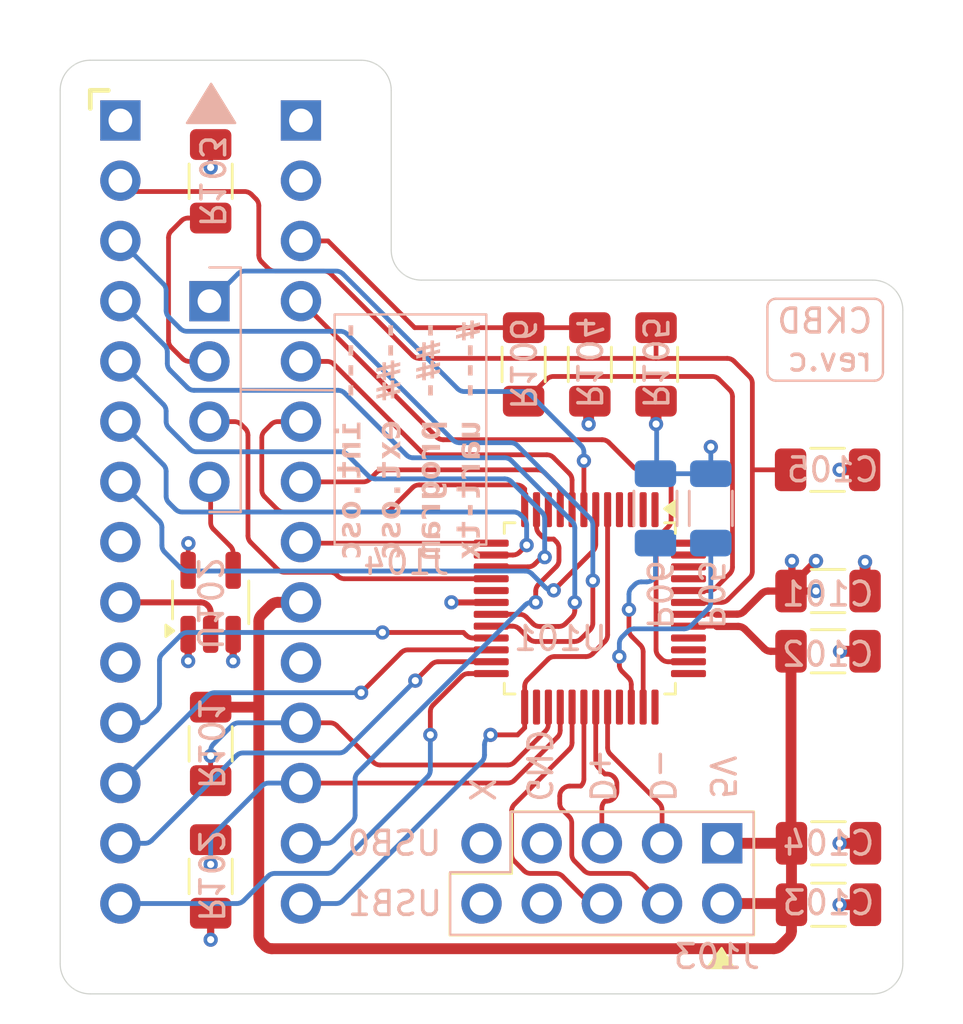
<source format=kicad_pcb>
(kicad_pcb (version 20241229) (generator "pcbnew") (generator_version "9.0")
  (title_block (title "CKBD") (date "2025") (rev "c") (company "Licensed under CERN-OHL-W v2") (comment 1 "(c)2025 Anders Granlund") (comment 3 "USB Eiffel replacement for Raven.A1"))
  (layers (0 "F.Cu" signal) (4 "In1.Cu" signal) (6 "In2.Cu" signal) (2 "B.Cu" signal) (13 "F.Paste" user) (15 "B.Paste" user) (5 "F.SilkS" user "F.Silkscreen") (7 "B.SilkS" user "B.Silkscreen") (1 "F.Mask" user) (3 "B.Mask" user) (25 "Edge.Cuts" user))
  (net 0 "")
  (net 2 "JOY1:RIGHT")
  (net 4 "JOY0:RIGHT")
  (net 5 "CLK4")
  (net 6 "JOY1:UP")
  (net 7 "JOY1:LEFT")
  (net 8 "JOY1:DOWN")
  (net 9 "JOY0:LEFT")
  (net 10 "JOY0:UP")
  (net 11 "+3.3V")
  (net 12 "JOY0:DOWN")
  (net 13 "GND")
  (net 14 "JOY0:BTN1")
  (net 15 "PS2K:CLK")
  (net 16 "PS2M:CLK")
  (net 17 "JOY1:BTN1")
  (net 18 "FAN1")
  (net 19 "PS2M:DTA")
  (net 20 "+5V")
  (net 21 "IKBD:TEMP1")
  (net 24 "IKBD_RX")
  (net 25 "~{PWR:OFF}")
  (net 26 "IKBD_TX")
  (net 27 "PS2K:DTA")
  (net 28 "USB0:DP")
  (net 29 "USB1:DP")
  (net 30 "USB1:DM")
  (net 31 "USB0:DM")
  (net 32 "IKBD:TEMP2")
  (net 35 "EXCLK4")
  (net 36 "TEMP2")
  (net 39 "unconnected-(U101-P1.5{slash}AIN5{slash}MOSI-Pad48)")
  (net 40 "Net-(U101-P0.6{slash}AD6{slash}URI)")
  (net 42 "EXP:TX")
  (net 48 "/IKBD:RST")
  (net 49 "/key")
  (net 50 "/nc")
  (net 52 "Net-(U101-P0.5{slash}AD5{slash}UDSR)")
  (net 55 "Net-(J104-Pin_4)")
  (net 56 "Net-(J104-Pin_2)")
  (footprint "Capacitor_SMD:C_1206_3216Metric_Pad1.33x1.80mm_HandSolder" (layer "F.Cu") (at 137.0969 71.8312 180)
    (property "Reference" "C104")
    (property "Value" "1u" (hide yes))
  )
  (footprint "Capacitor_SMD:C_1206_3216Metric_Pad1.33x1.80mm_HandSolder" (layer "F.Cu") (at 137.0969 74.422)
    (property "Reference" "C103")
    (property "Value" "1u" (hide yes))
  )
  (footprint "Resistor_SMD:R_1206_3216Metric_Pad1.30x1.75mm_HandSolder" (layer "F.Cu") (at 127.0254 51.6382 90)
    (property "Reference" "R104")
    (property "Value" "1K" (hide yes))
  )
  (footprint "Connector_PinHeader_2.54mm:PinHeader_1x14_P2.54mm_Vertical" (layer "F.Cu") (at 114.8334 41.3512)
    (property "Reference" "J102" (hide yes))
    (property "Value" "~" (hide yes))
  )
  (footprint "Package_QFP:LQFP-48_7x7mm_P0.5mm" (layer "F.Cu") (at 127.0254 61.9252 -90)
    (property "Reference" "U101")
    (property "Value" "CH559L")
  )
  (footprint "Package_TO_SOT_SMD:SOT-23-5_HandSoldering" (layer "F.Cu") (at 111.0234 61.6712 90)
    (property "Reference" "U102")
    (property "Value" "74LVC1G34" (hide yes))
  )
  (footprint "Connector_PinHeader_2.54mm:PinHeader_2x05_P2.54mm_Vertical" (layer "F.Cu") (at 132.6134 71.8312 -90)
    (property "Reference" "J103")
    (property "Value" "USB" (hide yes))
  )
  (footprint "Capacitor_SMD:C_1206_3216Metric_Pad1.33x1.80mm_HandSolder" (layer "F.Cu") (at 137.0584 56.0832 180)
    (property "Reference" "C105")
    (property "Value" "0.1u" (hide yes))
  )
  (footprint "Resistor_SMD:R_1206_3216Metric_Pad1.30x1.75mm_HandSolder" (layer "F.Cu") (at 111.0234 73.2282 90)
    (property "Reference" "R102")
    (property "Value" "1K" (hide yes))
  )
  (footprint "Connector_PinHeader_2.54mm:PinHeader_1x04_P2.54mm_Vertical" (layer "F.Cu") (at 110.9726 48.9712)
    (property "Reference" "J104")
    (property "Value" "~")
  )
  (footprint "Capacitor_SMD:C_1206_3216Metric_Pad1.33x1.80mm_HandSolder" (layer "F.Cu") (at 137.07765 61.19475 180)
    (property "Reference" "C101")
    (property "Value" "0.33u" (hide yes))
  )
  (footprint "Resistor_SMD:R_1206_3216Metric_Pad1.30x1.75mm_HandSolder" (layer "F.Cu") (at 129.8194 51.6382 -90)
    (property "Reference" "R105")
    (property "Value" "10K" (hide yes))
  )
  (footprint "Capacitor_SMD:C_1206_3216Metric_Pad1.33x1.80mm_HandSolder" (layer "F.Cu") (at 137.07765 63.73475 180)
    (property "Reference" "C102")
    (property "Value" "0.1u" (hide yes))
  )
  (footprint "Connector_PinHeader_2.54mm:PinHeader_1x14_P2.54mm_Vertical" (layer "F.Cu") (at 107.2134 41.3512)
    (property "Reference" "J101" (hide yes))
    (property "Value" "~" (hide yes))
  )
  (footprint "Resistor_SMD:R_1206_3216Metric_Pad1.30x1.75mm_HandSolder" (layer "F.Cu") (at 124.2314 51.6382 90)
    (property "Reference" "R106")
    (property "Value" "10K" (hide yes))
  )
  (footprint "Resistor_SMD:R_1206_3216Metric_Pad1.30x1.75mm_HandSolder" (layer "F.Cu") (at 111.0234 67.6402 -90)
    (property "Reference" "R101")
    (property "Value" "1K" (hide yes))
  )
  (footprint "Resistor_SMD:R_1206_3216Metric_Pad1.30x1.75mm_HandSolder" (layer "F.Cu") (at 111.0234 43.916 -90)
    (property "Reference" "R103")
    (property "Value" "10K" (hide yes))
  )
  (footprint "Resistor_SMD:R_1206_3216Metric" (layer "B.Cu") (at 129.794 57.7088 -90)
    (property "Reference" "R109" (hide yes))
    (property "Value" "0" (hide yes))
  )
  (footprint "Resistor_SMD:R_1206_3216Metric" (layer "B.Cu") (at 132.1308 57.7088 -90)
    (property "Reference" "R108" (hide yes))
    (property "Value" "0" (hide yes))
  )
  (gr_line (start 105.9434 40.0812) (end 105.9434 40.8432) (stroke (width 0.2)) (layer "F.SilkS"))
  (gr_poly (pts (xy 132.588 76.2508) (xy 131.9784 77.089) (xy 133.096 77.089)) (stroke (width 0.1)) (fill yes) (layer "F.SilkS"))
  (gr_line (start 106.7054 40.0812) (end 105.9434 40.0812) (stroke (width 0.2)) (layer "F.SilkS"))
  (gr_line (start 110.9726 47.5488) (end 112.2934 47.5488) (stroke (width 0.1)) (layer "B.SilkS"))
  (gr_line (start 112.2934 57.8612) (end 110.9726 57.8612) (stroke (width 0.1)) (layer "B.SilkS"))
  (gr_poly (pts (xy 111.041714 39.806161) (xy 112.057714 41.457161) (xy 110.025714 41.457161)) (stroke (width 0.1)) (fill yes) (layer "B.SilkS"))
  (gr_arc (start 134.5184 49.2252) (mid 134.622553 48.973753) (end 134.874 48.8696) (stroke (width 0.1)) (layer "B.SilkS"))
  (gr_arc (start 134.874 52.324) (mid 134.622553 52.219847) (end 134.5184 51.9684) (stroke (width 0.1)) (layer "B.SilkS"))
  (gr_line (start 123.6726 70.5104) (end 123.6726 73.0504) (stroke (width 0.1)) (layer "B.SilkS"))
  (gr_line (start 112.2934 52.705) (end 116.205 52.7304) (stroke (width 0.1)) (layer "B.SilkS"))
  (gr_arc (start 139.0396 48.8696) (mid 139.291047 48.973753) (end 139.3952 49.2252) (stroke (width 0.1)) (layer "B.SilkS"))
  (gr_line (start 139.0396 48.8696) (end 134.874 48.8696) (stroke (width 0.1)) (layer "B.SilkS"))
  (gr_arc (start 139.3952 51.9684) (mid 139.291047 52.219847) (end 139.0396 52.324) (stroke (width 0.1)) (layer "B.SilkS"))
  (gr_line (start 121.1326 75.692) (end 133.9342 75.692) (stroke (width 0.1)) (layer "B.SilkS"))
  (gr_line (start 134.874 52.324) (end 139.0396 52.324) (stroke (width 0.1)) (layer "B.SilkS"))
  (gr_line (start 133.9342 75.692) (end 133.9342 70.5104) (stroke (width 0.1)) (layer "B.SilkS"))
  (gr_line (start 134.5184 49.2252) (end 134.5184 51.9684) (stroke (width 0.1)) (layer "B.SilkS"))
  (gr_line (start 133.9342 70.5104) (end 123.6726 70.5104) (stroke (width 0.1)) (layer "B.SilkS"))
  (gr_line (start 121.1326 73.0504) (end 121.1326 75.692) (stroke (width 0.1)) (layer "B.SilkS"))
  (gr_line (start 139.3952 51.9684) (end 139.3952 49.2252) (stroke (width 0.1)) (layer "B.SilkS"))
  (gr_rect (start 116.2558 49.53) (end 122.6566 59.2328) (stroke (width 0.1)) (fill no) (layer "B.SilkS"))
  (gr_line (start 112.2934 47.5488) (end 112.2934 57.8612) (stroke (width 0.1)) (layer "B.SilkS"))
  (gr_line (start 123.6726 73.0504) (end 121.1326 73.0504) (stroke (width 0.1)) (layer "B.SilkS"))
  (gr_arc (start 138.9634 48.0822) (mid 139.861426 48.454174) (end 140.2334 49.3522) (stroke (width 0.05)) (layer "Edge.Cuts"))
  (gr_arc (start 104.6734 40.0812) (mid 105.045374 39.183174) (end 105.9434 38.8112) (stroke (width 0.05)) (layer "Edge.Cuts"))
  (gr_arc (start 119.9134 48.0822) (mid 119.015374 47.710226) (end 118.6434 46.8122) (stroke (width 0.05)) (layer "Edge.Cuts"))
  (gr_arc (start 140.2334 76.9112) (mid 139.861426 77.809226) (end 138.9634 78.1812) (stroke (width 0.05)) (layer "Edge.Cuts"))
  (gr_line (start 104.6734 40.0812) (end 104.6734 76.9112) (stroke (width 0.05)) (layer "Edge.Cuts"))
  (gr_line (start 117.3734 38.8112) (end 105.9434 38.8112) (stroke (width 0.05)) (layer "Edge.Cuts"))
  (gr_line (start 105.9434 78.1812) (end 138.9634 78.1812) (stroke (width 0.05)) (layer "Edge.Cuts"))
  (gr_line (start 138.9634 48.0822) (end 119.9134 48.0822) (stroke (width 0.05)) (layer "Edge.Cuts"))
  (gr_arc (start 105.9434 78.1812) (mid 105.045374 77.809226) (end 104.6734 76.9112) (stroke (width 0.05)) (layer "Edge.Cuts"))
  (gr_line (start 118.6434 40.0812) (end 118.6434 46.8122) (stroke (width 0.05)) (layer "Edge.Cuts"))
  (gr_arc (start 117.3734 38.8112) (mid 118.271426 39.183174) (end 118.6434 40.0812) (stroke (width 0.05)) (layer "Edge.Cuts"))
  (gr_line (start 140.2334 76.9112) (end 140.2334 49.3522) (stroke (width 0.05)) (layer "Edge.Cuts"))
  (gr_text "USB0" (at 120.8532 71.8312 0) (layer "B.SilkS") (effects (font (size 1 1)) (justify left mirror)))
  (gr_text "GND" (at 124.8664 70.1802 270) (layer "B.SilkS") (effects (font (size 1 1)) (justify left mirror)))
  (gr_text "---- int.osc\n--## ext.osc\n-##- program\n#--- uart-tx" (at 122.555 49.784 90) (layer "B.SilkS") (effects (font (size 1 1) (thickness 0.2) (bold yes)) (justify left bottom mirror)))
  (gr_text "P05" (at 132.1308 59.7916 270) (layer "B.SilkS") (effects (font (size 1 1)) (justify right mirror)))
  (gr_text "D+" (at 127.5334 70.1802 270) (layer "B.SilkS") (effects (font (size 1 1)) (justify left mirror)))
  (gr_text "D-" (at 130.0734 70.1802 270) (layer "B.SilkS") (effects (font (size 1 1)) (justify left mirror)))
  (gr_text "USB1" (at 120.8786 74.3712 0) (layer "B.SilkS") (effects (font (size 1 1)) (justify left mirror)))
  (gr_text "5V" (at 132.6134 70.0532 270) (layer "B.SilkS") (effects (font (size 1 1)) (justify left mirror)))
  (gr_text "CKBD\nrev.c" (at 139.039599 49.225201 0) (layer "B.SilkS") (effects (font (size 1 1)) (justify left top mirror)))
  (gr_text "X" (at 122.4534 70.1548 270) (layer "B.SilkS") (effects (font (size 1 1)) (justify left mirror)))
  (gr_text "P06" (at 129.9464 59.7916 270) (layer "B.SilkS") (effects (font (size 1 1)) (justify right mirror)))
  (segment (start 121.903736 64.6752) (end 122.8629 64.6752) (width 0.2032) (layer "F.Cu") (net 2))
  (segment (start 120.413432 65.997168) (end 121.616368 64.794232) (width 0.2032) (layer "F.Cu") (net 2))
  (segment (start 120.2944 67.2592) (end 120.2944 66.284536) (width 0.2032) (layer "F.Cu") (net 2))
  (via (at 120.2944 67.2592) (size 0.6) (drill 0.3) (layers "F.Cu" "B.Cu") (net 2))
  (arc (start 121.616368 64.794232) (mid 121.748214 64.706136) (end 121.903736 64.6752) (width 0.2032) (layer "F.Cu") (net 2))
  (arc (start 120.413432 65.997168) (mid 120.325336 66.129014) (end 120.2944 66.284536) (width 0.2032) (layer "F.Cu") (net 2))
  (segment (start 120.2944 67.2592) (end 120.2944 68.741864) (width 0.2032) (layer "B.Cu") (net 2))
  (segment (start 113.444368 73.220232) (end 112.412432 74.252168) (width 0.2032) (layer "B.Cu") (net 2))
  (segment (start 112.125064 74.3712) (end 107.2134 74.3712) (width 0.2032) (layer "B.Cu") (net 2))
  (segment (start 115.935064 73.1012) (end 113.731736 73.1012) (width 0.2032) (layer "B.Cu") (net 2))
  (segment (start 120.175368 69.029232) (end 116.222432 72.982168) (width 0.2032) (layer "B.Cu") (net 2))
  (arc (start 120.175368 69.029232) (mid 120.263464 68.897386) (end 120.2944 68.741864) (width 0.2032) (layer "B.Cu") (net 2))
  (arc (start 112.125064 74.3712) (mid 112.280587 74.340265) (end 112.412432 74.252168) (width 0.2032) (layer "B.Cu") (net 2))
  (arc (start 113.731736 73.1012) (mid 113.576213 73.132135) (end 113.444368 73.220232) (width 0.2032) (layer "B.Cu") (net 2))
  (arc (start 116.222432 72.982168) (mid 116.090586 73.070264) (end 115.935064 73.1012) (width 0.2032) (layer "B.Cu") (net 2))
  (segment (start 122.8629 59.6752) (end 123.773064 59.6752) (width 0.2032) (layer "F.Cu") (net 4))
  (segment (start 124.060432 59.556168) (end 124.3584 59.2582) (width 0.2032) (layer "F.Cu") (net 4))
  (via (at 124.3584 59.2582) (size 0.6) (drill 0.3) (layers "F.Cu" "B.Cu") (net 4))
  (arc (start 124.060432 59.556168) (mid 123.928586 59.644264) (end 123.773064 59.6752) (width 0.2032) (layer "F.Cu") (net 4))
  (segment (start 109.1438 57.184864) (end 109.1438 56.149936) (width 0.2032) (layer "B.Cu") (net 4))
  (segment (start 123.809064 57.8612) (end 109.820136 57.8612) (width 0.2032) (layer "B.Cu") (net 4))
  (segment (start 109.532768 57.742168) (end 109.262832 57.472232) (width 0.2032) (layer "B.Cu") (net 4))
  (segment (start 109.024768 55.862568) (end 107.2134 54.0512) (width 0.2032) (layer "B.Cu") (net 4))
  (segment (start 124.239368 58.123168) (end 124.096432 57.980232) (width 0.2032) (layer "B.Cu") (net 4))
  (segment (start 124.3584 59.2582) (end 124.3584 58.410536) (width 0.2032) (layer "B.Cu") (net 4))
  (arc (start 109.262832 57.472232) (mid 109.174736 57.340386) (end 109.1438 57.184864) (width 0.2032) (layer "B.Cu") (net 4))
  (arc (start 124.096432 57.980232) (mid 123.964586 57.892136) (end 123.809064 57.8612) (width 0.2032) (layer "B.Cu") (net 4))
  (arc (start 109.532768 57.742168) (mid 109.664614 57.830264) (end 109.820136 57.8612) (width 0.2032) (layer "B.Cu") (net 4))
  (arc (start 124.3584 58.410536) (mid 124.327465 58.255013) (end 124.239368 58.123168) (width 0.2032) (layer "B.Cu") (net 4))
  (arc (start 109.024768 55.862568) (mid 109.112864 55.994414) (end 109.1438 56.149936) (width 0.2032) (layer "B.Cu") (net 4))
  (segment (start 111.0234 62.093536) (end 111.0234 63.0212) (width 0.254) (layer "F.Cu") (net 5))
  (segment (start 110.888432 61.790232) (end 110.904368 61.806168) (width 0.254) (layer "F.Cu") (net 5))
  (segment (start 107.2134 61.6712) (end 110.601064 61.6712) (width 0.254) (layer "F.Cu") (net 5))
  (arc (start 110.904368 61.806168) (mid 110.992464 61.938014) (end 111.0234 62.093536) (width 0.254) (layer "F.Cu") (net 5))
  (arc (start 110.601064 61.6712) (mid 110.756587 61.702135) (end 110.888432 61.790232) (width 0.254) (layer "F.Cu") (net 5))
  (segment (start 118.272 62.9412) (end 121.6914 62.9412) (width 0.2032) (layer "F.Cu") (net 6))
  (segment (start 121.6914 62.9412) (end 121.806368 63.056168) (width 0.2032) (layer "F.Cu") (net 6))
  (segment (start 122.093736 63.1752) (end 122.8629 63.1752) (width 0.2032) (layer "F.Cu") (net 6))
  (via (at 118.272 62.9412) (size 0.6) (drill 0.3) (layers "F.Cu" "B.Cu") (net 6))
  (arc (start 122.093736 63.1752) (mid 121.938213 63.144265) (end 121.806368 63.056168) (width 0.2032) (layer "F.Cu") (net 6))
  (segment (start 109.761368 63.060232) (end 108.983432 63.838168) (width 0.2032) (layer "B.Cu") (net 6))
  (segment (start 118.272 62.9412) (end 110.048736 62.9412) (width 0.2032) (layer "B.Cu") (net 6))
  (segment (start 108.061064 66.7512) (end 107.2134 66.7512) (width 0.2032) (layer "B.Cu") (net 6))
  (segment (start 108.8644 64.125536) (end 108.8644 65.947864) (width 0.2032) (layer "B.Cu") (net 6))
  (segment (start 108.745368 66.235232) (end 108.348432 66.632168) (width 0.2032) (layer "B.Cu") (net 6))
  (arc (start 108.745368 66.235232) (mid 108.833464 66.103386) (end 108.8644 65.947864) (width 0.2032) (layer "B.Cu") (net 6))
  (arc (start 110.048736 62.9412) (mid 109.893213 62.972135) (end 109.761368 63.060232) (width 0.2032) (layer "B.Cu") (net 6))
  (arc (start 108.8644 64.125536) (mid 108.895335 63.970013) (end 108.983432 63.838168) (width 0.2032) (layer "B.Cu") (net 6))
  (arc (start 108.348432 66.632168) (mid 108.216586 66.720264) (end 108.061064 66.7512) (width 0.2032) (layer "B.Cu") (net 6))
  (segment (start 119.6594 64.9732) (end 120.338368 64.294232) (width 0.2032) (layer "F.Cu") (net 7))
  (segment (start 120.625736 64.1752) (end 122.8629 64.1752) (width 0.2032) (layer "F.Cu") (net 7))
  (via (at 119.6594 64.9732) (size 0.6) (drill 0.3) (layers "F.Cu" "B.Cu") (net 7))
  (arc (start 120.625736 64.1752) (mid 120.470213 64.206135) (end 120.338368 64.294232) (width 0.2032) (layer "F.Cu") (net 7))
  (segment (start 108.247145 71.8312) (end 107.2134 71.8312) (width 0.2032) (layer "B.Cu") (net 7))
  (segment (start 116.443064 68.0212) (end 112.393817 68.0212) (width 0.2032) (layer "B.Cu") (net 7))
  (segment (start 112.106449 68.140232) (end 108.534513 71.712168) (width 0.2032) (layer "B.Cu") (net 7))
  (segment (start 119.6594 64.9732) (end 116.730432 67.902168) (width 0.2032) (layer "B.Cu") (net 7))
  (arc (start 116.730432 67.902168) (mid 116.598586 67.990264) (end 116.443064 68.0212) (width 0.2032) (layer "B.Cu") (net 7))
  (arc (start 112.106449 68.140232) (mid 112.238295 68.052136) (end 112.393817 68.0212) (width 0.2032) (layer "B.Cu") (net 7))
  (arc (start 108.534513 71.712168) (mid 108.402667 71.800264) (end 108.247145 71.8312) (width 0.2032) (layer "B.Cu") (net 7))
  (segment (start 119.347736 63.6752) (end 122.8629 63.6752) (width 0.2032) (layer "F.Cu") (net 8))
  (segment (start 117.3734 65.4812) (end 119.060368 63.794232) (width 0.2032) (layer "F.Cu") (net 8))
  (via (at 117.3734 65.4812) (size 0.6) (drill 0.3) (layers "F.Cu" "B.Cu") (net 8))
  (arc (start 119.060368 63.794232) (mid 119.192214 63.706136) (end 119.347736 63.6752) (width 0.2032) (layer "F.Cu") (net 8))
  (segment (start 117.3734 65.4812) (end 111.191736 65.4812) (width 0.2032) (layer "B.Cu") (net 8))
  (segment (start 110.904368 65.600232) (end 107.2134 69.2912) (width 0.2032) (layer "B.Cu") (net 8))
  (arc (start 110.904368 65.600232) (mid 111.036214 65.512136) (end 111.191736 65.4812) (width 0.2032) (layer "B.Cu") (net 8))
  (segment (start 125.1204 59.7662) (end 124.9934 59.7662) (width 0.2032) (layer "F.Cu") (net 9))
  (segment (start 124.9934 59.7662) (end 124.703432 60.056168) (width 0.2032) (layer "F.Cu") (net 9))
  (segment (start 124.416064 60.1752) (end 122.8629 60.1752) (width 0.2032) (layer "F.Cu") (net 9))
  (via (at 125.1204 59.7662) (size 0.6) (drill 0.3) (layers "F.Cu" "B.Cu") (net 9))
  (arc (start 124.416064 60.1752) (mid 124.571587 60.144265) (end 124.703432 60.056168) (width 0.2032) (layer "F.Cu") (net 9))
  (segment (start 110.429736 55.3212) (end 116.493864 55.3212) (width 0.2032) (layer "B.Cu") (net 9))
  (segment (start 107.2134 51.5112) (end 109.024768 53.322568) (width 0.2032) (layer "B.Cu") (net 9))
  (segment (start 109.1438 53.609936) (end 109.1438 54.035264) (width 0.2032) (layer "B.Cu") (net 9))
  (segment (start 109.262832 54.322632) (end 110.142368 55.202168) (width 0.2032) (layer "B.Cu") (net 9))
  (segment (start 125.1204 58.156536) (end 125.1204 59.7662) (width 0.2032) (layer "B.Cu") (net 9))
  (segment (start 117.973536 56.4642) (end 123.428064 56.4642) (width 0.2032) (layer "B.Cu") (net 9))
  (segment (start 123.715432 56.583232) (end 125.001368 57.869168) (width 0.2032) (layer "B.Cu") (net 9))
  (segment (start 116.781232 55.440232) (end 117.686168 56.345168) (width 0.2032) (layer "B.Cu") (net 9))
  (arc (start 123.715432 56.583232) (mid 123.583586 56.495136) (end 123.428064 56.4642) (width 0.2032) (layer "B.Cu") (net 9))
  (arc (start 117.686168 56.345168) (mid 117.818014 56.433264) (end 117.973536 56.4642) (width 0.2032) (layer "B.Cu") (net 9))
  (arc (start 110.429736 55.3212) (mid 110.274213 55.290265) (end 110.142368 55.202168) (width 0.2032) (layer "B.Cu") (net 9))
  (arc (start 116.781232 55.440232) (mid 116.649386 55.352136) (end 116.493864 55.3212) (width 0.2032) (layer "B.Cu") (net 9))
  (arc (start 109.024768 53.322568) (mid 109.112864 53.454414) (end 109.1438 53.609936) (width 0.2032) (layer "B.Cu") (net 9))
  (arc (start 125.001368 57.869168) (mid 125.089464 58.001014) (end 125.1204 58.156536) (width 0.2032) (layer "B.Cu") (net 9))
  (arc (start 109.262832 54.322632) (mid 109.174736 54.190786) (end 109.1438 54.035264) (width 0.2032) (layer "B.Cu") (net 9))
  (segment (start 127.033368 62.827632) (end 126.657832 63.203168) (width 0.2032) (layer "F.Cu") (net 10))
  (segment (start 123.759607 62.6752) (end 122.8629 62.6752) (width 0.2032) (layer "F.Cu") (net 10))
  (segment (start 126.370464 63.3222) (end 124.743279 63.3222) (width 0.2032) (layer "F.Cu") (net 10))
  (segment (start 124.455911 63.203168) (end 124.046975 62.794232) (width 0.2032) (layer "F.Cu") (net 10))
  (segment (start 127.1524 60.7568) (end 127.1524 62.540264) (width 0.2032) (layer "F.Cu") (net 10))
  (via (at 127.1524 60.7568) (size 0.6) (drill 0.3) (layers "F.Cu" "B.Cu") (net 10))
  (arc (start 124.743279 63.3222) (mid 124.587756 63.291265) (end 124.455911 63.203168) (width 0.2032) (layer "F.Cu") (net 10))
  (arc (start 124.046975 62.794232) (mid 123.91513 62.706135) (end 123.759607 62.6752) (width 0.2032) (layer "F.Cu") (net 10))
  (arc (start 127.1524 62.540264) (mid 127.121464 62.695786) (end 127.033368 62.827632) (width 0.2032) (layer "F.Cu") (net 10))
  (arc (start 126.657832 63.203168) (mid 126.525986 63.291264) (end 126.370464 63.3222) (width 0.2032) (layer "F.Cu") (net 10))
  (segment (start 123.682064 54.9402) (end 121.529536 54.9402) (width 0.2) (layer "B.Cu") (net 10))
  (segment (start 116.493864 50.2412) (end 110.023336 50.2412) (width 0.2) (layer "B.Cu") (net 10))
  (segment (start 121.242168 54.821168) (end 116.781232 50.360232) (width 0.2) (layer "B.Cu") (net 10))
  (segment (start 127.1524 60.7568) (end 127.1524 58.410536) (width 0.2) (layer "B.Cu") (net 10))
  (segment (start 109.024768 48.242568) (end 107.2134 46.4312) (width 0.2) (layer "B.Cu") (net 10))
  (segment (start 109.1438 49.361664) (end 109.1438 48.529936) (width 0.2) (layer "B.Cu") (net 10))
  (segment (start 127.033368 58.123168) (end 123.969432 55.059232) (width 0.2) (layer "B.Cu") (net 10))
  (segment (start 109.735968 50.122168) (end 109.262832 49.649032) (width 0.2) (layer "B.Cu") (net 10))
  (arc (start 110.023336 50.2412) (mid 109.867814 50.210264) (end 109.735968 50.122168) (width 0.2) (layer "B.Cu") (net 10))
  (arc (start 127.1524 58.410536) (mid 127.121464 58.255014) (end 127.033368 58.123168) (width 0.2) (layer "B.Cu") (net 10))
  (arc (start 109.262832 49.649032) (mid 109.174735 49.517187) (end 109.1438 49.361664) (width 0.2) (layer "B.Cu") (net 10))
  (arc (start 123.969432 55.059232) (mid 123.837586 54.971136) (end 123.682064 54.9402) (width 0.2) (layer "B.Cu") (net 10))
  (arc (start 121.529536 54.9402) (mid 121.374014 54.909264) (end 121.242168 54.821168) (width 0.2) (layer "B.Cu") (net 10))
  (arc (start 109.1438 48.529936) (mid 109.112865 48.374413) (end 109.024768 48.242568) (width 0.2) (layer "B.Cu") (net 10))
  (arc (start 116.781232 50.360232) (mid 116.649386 50.272136) (end 116.493864 50.2412) (width 0.2) (layer "B.Cu") (net 10))
  (segment (start 134.553586 61.19475) (end 135.51515 61.19475) (width 0.3048) (layer "F.Cu") (net 11))
  (segment (start 135.55365 59.92475) (end 135.55365 61.15625) (width 0.3048) (layer "F.Cu") (net 11))
  (segment (start 126.9746 54.1565) (end 126.9746 53.1331) (width 0.4572) (layer "F.Cu") (net 11))
  (segment (start 133.529632 62.050368) (end 134.266218 61.313782) (width 0.3048) (layer "F.Cu") (net 11))
  (segment (start 131.1937 62.1694) (end 132.3594 62.1694) (width 0.2) (layer "F.Cu") (net 11))
  (segment (start 135.51515 60.97925) (end 135.51515 61.19475) (width 0.3048) (layer "F.Cu") (net 11))
  (segment (start 135.55365 61.15625) (end 135.51515 61.19475) (width 0.3048) (layer "F.Cu") (net 11))
  (segment (start 136.56965 59.92475) (end 135.51515 60.97925) (width 0.3048) (layer "F.Cu") (net 11))
  (segment (start 132.3594 62.1694) (end 133.242264 62.1694) (width 0.3048) (layer "F.Cu") (net 11))
  (segment (start 136.56965 61.19475) (end 135.51515 61.19475) (width 0.3048) (layer "F.Cu") (net 11))
  (segment (start 110.0734 59.1922) (end 110.0734 60.3212) (width 0.2) (layer "F.Cu") (net 11))
  (segment (start 111.0234 74.7782) (end 111.0234 75.8952) (width 0.3048) (layer "F.Cu") (net 11))
  (segment (start 110.0836 59.182) (end 110.0734 59.1922) (width 0.2) (layer "F.Cu") (net 11))
  (via (at 136.56965 61.19475) (size 0.6) (drill 0.3) (layers "F.Cu" "B.Cu") (net 11))
  (via (at 126.9746 54.1565) (size 0.6) (drill 0.3) (layers "F.Cu" "B.Cu") (net 11))
  (via (at 136.56965 59.92475) (size 0.6) (drill 0.3) (layers "F.Cu" "B.Cu") (net 11))
  (via (at 111.0234 75.8952) (size 0.6) (drill 0.3) (layers "F.Cu" "B.Cu") (net 11))
  (via (at 135.55365 59.92475) (size 0.6) (drill 0.3) (layers "F.Cu" "B.Cu") (net 11))
  (via (at 110.0836 59.182) (size 0.6) (drill 0.3) (layers "F.Cu" "B.Cu") (net 11))
  (arc (start 134.266218 61.313782) (mid 134.398064 61.225686) (end 134.553586 61.19475) (width 0.3048) (layer "F.Cu") (net 11))
  (arc (start 133.242264 62.1694) (mid 133.397787 62.138465) (end 133.529632 62.050368) (width 0.3048) (layer "F.Cu") (net 11))
  (segment (start 126.001432 62.568168) (end 126.271368 62.298232) (width 0.2032) (layer "F.Cu") (net 12))
  (segment (start 124.346432 62.294232) (end 124.620368 62.568168) (width 0.2032) (layer "F.Cu") (net 12))
  (segment (start 126.3904 62.010864) (end 126.3904 61.6712) (width 0.2032) (layer "F.Cu") (net 12))
  (segment (start 122.8629 62.1752) (end 124.059064 62.1752) (width 0.2032) (layer "F.Cu") (net 12))
  (segment (start 124.907736 62.6872) (end 125.714064 62.6872) (width 0.2032) (layer "F.Cu") (net 12))
  (via (at 126.3904 61.6712) (size 0.6) (drill 0.3) (layers "F.Cu" "B.Cu") (net 12))
  (arc (start 126.3904 62.010864) (mid 126.359465 62.166387) (end 126.271368 62.298232) (width 0.2032) (layer "F.Cu") (net 12))
  (arc (start 124.059064 62.1752) (mid 124.214587 62.206135) (end 124.346432 62.294232) (width 0.2032) (layer "F.Cu") (net 12))
  (arc (start 124.907736 62.6872) (mid 124.752213 62.656265) (end 124.620368 62.568168) (width 0.2032) (layer "F.Cu") (net 12))
  (arc (start 125.714064 62.6872) (mid 125.869587 62.656265) (end 126.001432 62.568168) (width 0.2032) (layer "F.Cu") (net 12))
  (segment (start 107.2134 48.9712) (end 109.075568 50.833368) (width 0.2032) (layer "B.Cu") (net 12))
  (segment (start 123.715432 55.694232) (end 126.271368 58.250168) (width 0.2032) (layer "B.Cu") (net 12))
  (segment (start 109.1946 51.120736) (end 109.1946 51.596864) (width 0.2032) (layer "B.Cu") (net 12))
  (segment (start 109.313632 51.884232) (end 110.040768 52.611368) (width 0.2032) (layer "B.Cu") (net 12))
  (segment (start 110.328136 52.7304) (end 116.392264 52.7304) (width 0.2032) (layer "B.Cu") (net 12))
  (segment (start 116.679632 52.849432) (end 119.286368 55.456168) (width 0.2032) (layer "B.Cu") (net 12))
  (segment (start 126.3904 58.537536) (end 126.3904 61.6712) (width 0.2032) (layer "B.Cu") (net 12))
  (segment (start 119.573736 55.5752) (end 123.428064 55.5752) (width 0.2032) (layer "B.Cu") (net 12))
  (arc (start 116.679632 52.849432) (mid 116.547786 52.761336) (end 116.392264 52.7304) (width 0.2032) (layer "B.Cu") (net 12))
  (arc (start 126.3904 58.537536) (mid 126.359465 58.382013) (end 126.271368 58.250168) (width 0.2032) (layer "B.Cu") (net 12))
  (arc (start 123.428064 55.5752) (mid 123.583587 55.606135) (end 123.715432 55.694232) (width 0.2032) (layer "B.Cu") (net 12))
  (arc (start 119.573736 55.5752) (mid 119.418213 55.544265) (end 119.286368 55.456168) (width 0.2032) (layer "B.Cu") (net 12))
  (arc (start 110.328136 52.7304) (mid 110.172613 52.699465) (end 110.040768 52.611368) (width 0.2032) (layer "B.Cu") (net 12))
  (arc (start 109.313632 51.884232) (mid 109.225536 51.752386) (end 109.1946 51.596864) (width 0.2032) (layer "B.Cu") (net 12))
  (arc (start 109.1946 51.120736) (mid 109.163665 50.965213) (end 109.075568 50.833368) (width 0.2032) (layer "B.Cu") (net 12))
  (segment (start 138.6594 74.422) (end 137.5664 74.422) (width 0.4572) (layer "F.Cu") (net 13))
  (segment (start 121.1834 61.6712) (end 121.1874 61.6752) (width 0.254) (layer "F.Cu") (net 13))
  (segment (start 138.64015 59.96325) (end 138.64015 61.19475) (width 0.4572) (layer "F.Cu") (net 13))
  (segment (start 138.64015 63.60775) (end 138.64015 63.55575) (width 0.2) (layer "F.Cu") (net 13))
  (segment (start 111.0234 42.366) (end 111.0234 43.3324) (width 0.2) (layer "F.Cu") (net 13))
  (segment (start 138.6209 71.8312) (end 138.6209 71.9582) (width 0.3048) (layer "F.Cu") (net 13))
  (segment (start 129.8194 54.1528) (end 129.8194 53.1374) (width 0.4572) (layer "F.Cu") (net 13))
  (segment (start 138.64015 63.73475) (end 137.58565 63.73475) (width 0.4572) (layer "F.Cu") (net 13))
  (segment (start 110.0734 64.1452) (end 110.0734 63.0212) (width 0.3048) (layer "F.Cu") (net 13))
  (segment (start 138.6594 71.8312) (end 137.5664 71.8312) (width 0.4572) (layer "F.Cu") (net 13))
  (segment (start 138.6209 56.0832) (end 137.5664 56.0832) (width 0.4572) (layer "F.Cu") (net 13))
  (segment (start 121.1874 61.6752) (end 122.8629 61.6752) (width 0.254) (layer "F.Cu") (net 13))
  (segment (start 129.8194 53.1374) (end 129.82 53.1368) (width 0.4572) (layer "F.Cu") (net 13))
  (segment (start 111.9734 64.1502) (end 111.9734 63.0212) (width 0.3048) (layer "F.Cu") (net 13))
  (via (at 132.1308 55.118) (size 0.6) (drill 0.3) (layers "F.Cu" "B.Cu") (net 13))
  (via (at 137.5664 74.422) (size 0.6) (drill 0.3) (layers "F.Cu" "B.Cu") (net 13))
  (via (at 121.1834 61.6712) (size 0.6) (drill 0.3) (layers "F.Cu" "B.Cu") (net 13))
  (via (at 137.5664 71.8312) (size 0.6) (drill 0.3) (layers "F.Cu" "B.Cu") (net 13))
  (via (at 111.0234 43.3324) (size 0.6) (drill 0.3) (layers "F.Cu" "B.Cu") (net 13))
  (via (at 110.0734 64.1452) (size 0.6) (drill 0.3) (layers "F.Cu" "B.Cu") (net 13))
  (via (at 138.64015 59.96325) (size 0.6) (drill 0.3) (layers "F.Cu" "B.Cu") (net 13))
  (via (at 137.58565 63.73475) (size 0.6) (drill 0.3) (layers "F.Cu" "B.Cu") (net 13))
  (via (at 137.5664 56.0832) (size 0.6) (drill 0.3) (layers "F.Cu" "B.Cu") (net 13))
  (via (at 111.9734 64.1502) (size 0.6) (drill 0.3) (layers "F.Cu" "B.Cu") (net 13))
  (via (at 129.8194 54.1528) (size 0.6) (drill 0.3) (layers "F.Cu" "B.Cu") (net 13))
  (segment (start 132.1308 56.2463) (end 129.794 56.2463) (width 0.2) (layer "B.Cu") (net 13))
  (segment (start 132.1308 56.2463) (end 132.1308 55.118) (width 0.2) (layer "B.Cu") (net 13))
  (segment (start 129.8448 54.1782) (end 129.8194 54.1528) (width 0.2) (layer "B.Cu") (net 13))
  (segment (start 129.8448 56.1955) (end 129.8448 54.1782) (width 0.2) (layer "B.Cu") (net 13))
  (segment (start 129.794 56.2463) (end 129.8448 56.1955) (width 0.2) (layer "B.Cu") (net 13))
  (segment (start 125.5014 61.1632) (end 127.156368 59.508232) (width 0.2032) (layer "F.Cu") (net 14))
  (segment (start 127.2754 59.220864) (end 127.2754 57.7627) (width 0.2032) (layer "F.Cu") (net 14))
  (via (at 125.5014 61.1632) (size 0.6) (drill 0.3) (layers "F.Cu" "B.Cu") (net 14))
  (arc (start 127.2754 59.220864) (mid 127.244465 59.376387) (end 127.156368 59.508232) (width 0.2032) (layer "F.Cu") (net 14))
  (segment (start 125.5014 61.1632) (end 125.441136 61.1632) (width 0.2032) (layer "B.Cu") (net 14))
  (segment (start 107.2134 56.8198) (end 107.2134 56.5912) (width 0.2032) (layer "B.Cu") (net 14))
  (segment (start 125.153768 61.044168) (end 124.579032 60.469432) (width 0.2032) (layer "B.Cu") (net 14))
  (segment (start 108.966 59.267664) (end 108.966 58.512136) (width 0.2032) (layer "B.Cu") (net 14))
  (segment (start 108.846968 58.224768) (end 107.2134 56.5912) (width 0.2032) (layer "B.Cu") (net 14))
  (segment (start 124.291664 60.3504) (end 110.048736 60.3504) (width 0.2032) (layer "B.Cu") (net 14))
  (segment (start 109.761368 60.231368) (end 109.085032 59.555032) (width 0.2032) (layer "B.Cu") (net 14))
  (arc (start 108.966 58.512136) (mid 108.935065 58.356613) (end 108.846968 58.224768) (width 0.2032) (layer "B.Cu") (net 14))
  (arc (start 124.579032 60.469432) (mid 124.447187 60.381335) (end 124.291664 60.3504) (width 0.2032) (layer "B.Cu") (net 14))
  (arc (start 110.048736 60.3504) (mid 109.893213 60.319465) (end 109.761368 60.231368) (width 0.2032) (layer "B.Cu") (net 14))
  (arc (start 125.441136 61.1632) (mid 125.285613 61.132265) (end 125.153768 61.044168) (width 0.2032) (layer "B.Cu") (net 14))
  (arc (start 109.085032 59.555032) (mid 108.996936 59.423186) (end 108.966 59.267664) (width 0.2032) (layer "B.Cu") (net 14))
  (segment (start 125.7754 57.033536) (end 125.7754 57.7627) (width 0.2) (layer "F.Cu") (net 15))
  (segment (start 125.112432 56.202232) (end 125.656368 56.746168) (width 0.2) (layer "F.Cu") (net 15))
  (segment (start 117.746432 56.472168) (end 118.016368 56.202232) (width 0.2) (layer "F.Cu") (net 15))
  (segment (start 114.8334 56.5912) (end 117.459064 56.5912) (width 0.2) (layer "F.Cu") (net 15))
  (segment (start 118.303736 56.0832) (end 124.825064 56.0832) (width 0.2) (layer "F.Cu") (net 15))
  (arc (start 117.459064 56.5912) (mid 117.614587 56.560265) (end 117.746432 56.472168) (width 0.2) (layer "F.Cu") (net 15))
  (arc (start 118.303736 56.0832) (mid 118.148213 56.114135) (end 118.016368 56.202232) (width 0.2) (layer "F.Cu") (net 15))
  (arc (start 124.825064 56.0832) (mid 124.980587 56.114135) (end 125.112432 56.202232) (width 0.2) (layer "F.Cu") (net 15))
  (arc (start 125.656368 56.746168) (mid 125.744464 56.878014) (end 125.7754 57.033536) (width 0.2) (layer "F.Cu") (net 15))
  (segment (start 126.2754 56.517536) (end 126.2754 57.7627) (width 0.2) (layer "F.Cu") (net 16))
  (segment (start 125.493432 55.567232) (end 126.156368 56.230168) (width 0.2) (layer "F.Cu") (net 16))
  (segment (start 116.222432 51.630232) (end 119.921368 55.329168) (width 0.2) (layer "F.Cu") (net 16))
  (segment (start 114.8334 51.5112) (end 115.935064 51.5112) (width 0.2) (layer "F.Cu") (net 16))
  (segment (start 120.208736 55.4482) (end 125.206064 55.4482) (width 0.2) (layer "F.Cu") (net 16))
  (arc (start 120.208736 55.4482) (mid 120.053213 55.417265) (end 119.921368 55.329168) (width 0.2) (layer "F.Cu") (net 16))
  (arc (start 125.206064 55.4482) (mid 125.361587 55.479135) (end 125.493432 55.567232) (width 0.2) (layer "F.Cu") (net 16))
  (arc (start 115.935064 51.5112) (mid 116.090587 51.542135) (end 116.222432 51.630232) (width 0.2) (layer "F.Cu") (net 16))
  (arc (start 126.156368 56.230168) (mid 126.244464 56.362014) (end 126.2754 56.517536) (width 0.2) (layer "F.Cu") (net 16))
  (segment (start 126.857064 63.9572) (end 125.542736 63.9572) (width 0.2032) (layer "F.Cu") (net 17))
  (segment (start 124.2754 66.9612) (end 124.2754 66.0877) (width 0.2032) (layer "F.Cu") (net 17))
  (segment (start 125.255368 64.076232) (end 124.394432 64.937168) (width 0.2032) (layer "F.Cu") (net 17))
  (segment (start 127.656368 63.326232) (end 127.144432 63.838168) (width 0.2032) (layer "F.Cu") (net 17))
  (segment (start 124.2754 65.224536) (end 124.2754 66.0877) (width 0.2032) (layer "F.Cu") (net 17))
  (segment (start 123.9774 67.2592) (end 124.2754 66.9612) (width 0.2032) (layer "F.Cu") (net 17))
  (segment (start 122.8344 67.2592) (end 123.9774 67.2592) (width 0.2032) (layer "F.Cu") (net 17))
  (segment (start 127.7754 57.7627) (end 127.7754 63.038864) (width 0.2032) (layer "F.Cu") (net 17))
  (via (at 122.8344 67.2592) (size 0.6) (drill 0.3) (layers "F.Cu" "B.Cu") (net 17))
  (arc (start 127.144432 63.838168) (mid 127.012586 63.926264) (end 126.857064 63.9572) (width 0.2032) (layer "F.Cu") (net 17))
  (arc (start 127.656368 63.326232) (mid 127.744464 63.194386) (end 127.7754 63.038864) (width 0.2032) (layer "F.Cu") (net 17))
  (arc (start 125.255368 64.076232) (mid 125.387214 63.988136) (end 125.542736 63.9572) (width 0.2032) (layer "F.Cu") (net 17))
  (arc (start 124.2754 65.224536) (mid 124.306335 65.069013) (end 124.394432 64.937168) (width 0.2032) (layer "F.Cu") (net 17))
  (segment (start 116.316064 74.3712) (end 114.8334 74.3712) (width 0.2032) (layer "B.Cu") (net 17))
  (segment (start 122.461368 68.394232) (end 116.603432 74.252168) (width 0.2032) (layer "B.Cu") (net 17))
  (segment (start 122.8344 67.2592) (end 122.699432 67.394168) (width 0.2032) (layer "B.Cu") (net 17))
  (segment (start 122.5804 67.681536) (end 122.5804 68.106864) (width 0.2032) (layer "B.Cu") (net 17))
  (arc (start 122.699432 67.394168) (mid 122.611336 67.526014) (end 122.5804 67.681536) (width 0.2032) (layer "B.Cu") (net 17))
  (arc (start 122.461368 68.394232) (mid 122.549464 68.262386) (end 122.5804 68.106864) (width 0.2032) (layer "B.Cu") (net 17))
  (arc (start 116.316064 74.3712) (mid 116.471587 74.340265) (end 116.603432 74.252168) (width 0.2032) (layer "B.Cu") (net 17))
  (segment (start 125.603968 59.106768) (end 125.5014 59.0042) (width 0.2032) (layer "F.Cu") (net 18))
  (segment (start 125.5014 59.0042) (end 125.288736 59.0042) (width 0.2032) (layer "F.Cu") (net 18))
  (segment (start 124.7754 58.490864) (end 124.7754 57.7627) (width 0.2032) (layer "F.Cu") (net 18))
  (segment (start 124.741257 61.6712) (end 124.741257 61.202679) (width 0.2032) (layer "F.Cu") (net 18))
  (segment (start 124.860289 60.915311) (end 125.603968 60.171632) (width 0.2032) (layer "F.Cu") (net 18))
  (segment (start 125.723 59.884264) (end 125.723 59.394136) (width 0.2032) (layer "F.Cu") (net 18))
  (segment (start 125.001368 58.885168) (end 124.894432 58.778232) (width 0.2032) (layer "F.Cu") (net 18))
  (via (at 124.741257 61.6712) (size 0.6) (drill 0.3) (layers "F.Cu" "B.Cu") (net 18))
  (arc (start 124.894432 58.778232) (mid 124.806336 58.646386) (end 124.7754 58.490864) (width 0.2032) (layer "F.Cu") (net 18))
  (arc (start 125.723 59.884264) (mid 125.692065 60.039787) (end 125.603968 60.171632) (width 0.2032) (layer "F.Cu") (net 18))
  (arc (start 124.860289 60.915311) (mid 124.772193 61.047157) (end 124.741257 61.202679) (width 0.2032) (layer "F.Cu") (net 18))
  (arc (start 125.001368 58.885168) (mid 125.133214 58.973264) (end 125.288736 59.0042) (width 0.2032) (layer "F.Cu") (net 18))
  (arc (start 125.723 59.394136) (mid 125.692065 59.238613) (end 125.603968 59.106768) (width 0.2032) (layer "F.Cu") (net 18))
  (segment (start 117.000368 70.934232) (end 116.222432 71.712168) (width 0.2032) (layer "B.Cu") (net 18))
  (segment (start 124.290168 61.790232) (end 117.238432 68.841968) (width 0.2032) (layer "B.Cu") (net 18))
  (segment (start 124.741257 61.6712) (end 124.577536 61.6712) (width 0.2032) (layer "B.Cu") (net 18))
  (segment (start 117.1194 69.129336) (end 117.1194 70.646864) (width 0.2032) (layer "B.Cu") (net 18))
  (segment (start 115.935064 71.8312) (end 114.8334 71.8312) (width 0.2032) (layer "B.Cu") (net 18))
  (arc (start 115.935064 71.8312) (mid 116.090587 71.800265) (end 116.222432 71.712168) (width 0.2032) (layer "B.Cu") (net 18))
  (arc (start 117.238432 68.841968) (mid 117.150336 68.973814) (end 117.1194 69.129336) (width 0.2032) (layer "B.Cu") (net 18))
  (arc (start 117.1194 70.646864) (mid 117.088465 70.802387) (end 117.000368 70.934232) (width 0.2032) (layer "B.Cu") (net 18))
  (arc (start 124.577536 61.6712) (mid 124.422013 61.702135) (end 124.290168 61.790232) (width 0.2032) (layer "B.Cu") (net 18))
  (segment (start 119.540368 56.837232) (end 118.635432 57.742168) (width 0.2) (layer "F.Cu") (net 19))
  (segment (start 124.2754 57.7627) (end 124.2754 56.8892) (width 0.2) (layer "F.Cu") (net 19))
  (segment (start 113.1824 56.930864) (end 113.1824 54.727536) (width 0.2) (layer "F.Cu") (net 19))
  (segment (start 118.348064 57.8612) (end 114.112736 57.8612) (width 0.2) (layer "F.Cu") (net 19))
  (segment (start 124.2754 56.8892) (end 124.223432 56.837232) (width 0.2) (layer "F.Cu") (net 19))
  (segment (start 113.825368 57.742168) (end 113.301432 57.218232) (width 0.2) (layer "F.Cu") (net 19))
  (segment (start 113.301432 54.440168) (end 113.571368 54.170232) (width 0.2) (layer "F.Cu") (net 19))
  (segment (start 123.936064 56.7182) (end 119.827736 56.7182) (width 0.2) (layer "F.Cu") (net 19))
  (segment (start 113.858736 54.0512) (end 114.8334 54.0512) (width 0.2) (layer "F.Cu") (net 19))
  (arc (start 113.858736 54.0512) (mid 113.703213 54.082135) (end 113.571368 54.170232) (width 0.2) (layer "F.Cu") (net 19))
  (arc (start 123.936064 56.7182) (mid 124.091587 56.749135) (end 124.223432 56.837232) (width 0.2) (layer "F.Cu") (net 19))
  (arc (start 118.348064 57.8612) (mid 118.503587 57.830265) (end 118.635432 57.742168) (width 0.2) (layer "F.Cu") (net 19))
  (arc (start 119.827736 56.7182) (mid 119.672213 56.749135) (end 119.540368 56.837232) (width 0.2) (layer "F.Cu") (net 19))
  (arc (start 113.301432 57.218232) (mid 113.213336 57.086386) (end 113.1824 56.930864) (width 0.2) (layer "F.Cu") (net 19))
  (arc (start 113.301432 54.440168) (mid 113.213336 54.572014) (end 113.1824 54.727536) (width 0.2) (layer "F.Cu") (net 19))
  (arc (start 113.825368 57.742168) (mid 113.957214 57.830264) (end 114.112736 57.8612) (width 0.2) (layer "F.Cu") (net 19))
  (segment (start 135.0895 63.754) (end 135.10875 63.73475) (width 0.4572) (layer "F.Cu") (net 20))
  (segment (start 135.5344 71.5772) (end 135.51515 71.55795) (width 0.4572) (layer "F.Cu") (net 20))
  (segment (start 133.570632 62.806232) (end 134.380118 63.615718) (width 0.3048) (layer "F.Cu") (net 20))
  (segment (start 113.604736 76.2762) (end 134.781864 76.2762) (width 0.4572) (layer "F.Cu") (net 20))
  (segment (start 135.55365 63.77325) (end 135.51515 63.73475) (width 0.4572) (layer "F.Cu") (net 20))
  (segment (start 113.174432 76.014232) (end 113.317368 76.157168) (width 0.4572) (layer "F.Cu") (net 20))
  (segment (start 135.51515 71.55795) (end 135.51515 63.73475) (width 0.4572) (layer "F.Cu") (net 20))
  (segment (start 113.571368 61.790232) (end 113.174432 62.187168) (width 0.4572) (layer "F.Cu") (net 20))
  (segment (start 135.10875 63.73475) (end 135.51515 63.73475) (width 0.4572) (layer "F.Cu") (net 20))
  (segment (start 135.5344 75.523664) (end 135.5344 74.422) (width 0.4572) (layer "F.Cu") (net 20))
  (segment (start 135.5344 71.8312) (end 135.5344 71.5772) (width 0.4572) (layer "F.Cu") (net 20))
  (segment (start 134.667486 63.73475) (end 135.51515 63.73475) (width 0.3048) (layer "F.Cu") (net 20))
  (segment (start 114.8334 61.6712) (end 113.858736 61.6712) (width 0.4572) (layer "F.Cu") (net 20))
  (segment (start 113.0294 66.0902) (end 113.0554 66.1162) (width 0.4572) (layer "F.Cu") (net 20))
  (segment (start 135.4836 74.3712) (end 135.5344 74.422) (width 0.4572) (layer "F.Cu") (net 20))
  (segment (start 135.5344 74.422) (end 135.5344 71.8312) (width 0.4572) (layer "F.Cu") (net 20))
  (segment (start 113.0554 66.1162) (end 113.0554 75.726864) (width 0.4572) (layer "F.Cu") (net 20))
  (segment (start 132.3834 62.6872) (end 133.283264 62.6872) (width 0.3048) (layer "F.Cu") (net 20))
  (segment (start 131.1879 62.6752) (end 132.3714 62.6752) (width 0.2) (layer "F.Cu") (net 20))
  (segment (start 132.6134 71.8312) (end 135.5344 71.8312) (width 0.4572) (layer "F.Cu") (net 20))
  (segment (start 132.6134 74.3712) (end 135.4836 74.3712) (width 0.4572) (layer "F.Cu") (net 20))
  (segment (start 113.0554 62.474536) (end 113.0554 66.1162) (width 0.4572) (layer "F.Cu") (net 20))
  (segment (start 111.0234 66.0902) (end 113.0294 66.0902) (width 0.4572) (layer "F.Cu") (net 20))
  (segment (start 135.069232 76.157168) (end 135.415368 75.811032) (width 0.4572) (layer "F.Cu") (net 20))
  (arc (start 113.858736 61.6712) (mid 113.703213 61.702135) (end 113.571368 61.790232) (width 0.4572) (layer "F.Cu") (net 20))
  (arc (start 113.0554 75.726864) (mid 113.086335 75.882387) (end 113.174432 76.014232) (width 0.4572) (layer "F.Cu") (net 20))
  (arc (start 134.667486 63.73475) (mid 134.511963 63.703815) (end 134.380118 63.615718) (width 0.3048) (layer "F.Cu") (net 20))
  (arc (start 113.0554 62.474536) (mid 113.086335 62.319013) (end 113.174432 62.187168) (width 0.4572) (layer "F.Cu") (net 20))
  (arc (start 133.283264 62.6872) (mid 133.438787 62.718135) (end 133.570632 62.806232) (width 0.3048) (layer "F.Cu") (net 20))
  (arc (start 135.069232 76.157168) (mid 134.937386 76.245264) (end 134.781864 76.2762) (width 0.4572) (layer "F.Cu") (net 20))
  (arc (start 113.317368 76.157168) (mid 113.449214 76.245264) (end 113.604736 76.2762) (width 0.4572) (layer "F.Cu") (net 20))
  (arc (start 135.415368 75.811032) (mid 135.503464 75.679186) (end 135.5344 75.523664) (width 0.4572) (layer "F.Cu") (net 20))
  (segment (start 131.1879 61.6752) (end 132.568064 61.6752) (width 0.2) (layer "F.Cu") (net 21))
  (segment (start 133.8834 56.0832) (end 135.4959 56.0832) (width 0.2) (layer "F.Cu") (net 21))
  (segment (start 107.2134 43.8912) (end 107.551568 44.229368) (width 0.2) (layer "F.Cu") (net 21))
  (segment (start 132.855432 61.556168) (end 133.764368 60.647232) (width 0.2) (layer "F.Cu") (net 21))
  (segment (start 107.838936 44.3484) (end 112.455264 44.3484) (width 0.2) (layer "F.Cu") (net 21))
  (segment (start 129.8194 51.3842) (end 132.826064 51.3842) (width 0.2) (layer "F.Cu") (net 21))
  (segment (start 133.8834 52.441536) (end 133.8834 56.0832) (width 0.2) (layer "F.Cu") (net 21))
  (segment (start 119.827736 51.3842) (end 129.8194 51.3842) (width 0.2) (layer "F.Cu") (net 21))
  (segment (start 116.095432 47.820232) (end 119.540368 51.265168) (width 0.2) (layer "F.Cu") (net 21))
  (segment (start 113.731736 47.7012) (end 115.808064 47.7012) (width 0.2) (layer "F.Cu") (net 21))
  (segment (start 113.0554 44.948536) (end 113.0554 47.024864) (width 0.2) (layer "F.Cu") (net 21))
  (segment (start 112.742632 44.467432) (end 112.936368 44.661168) (width 0.2) (layer "F.Cu") (net 21))
  (segment (start 129.8194 50.0882) (end 129.8194 51.3842) (width 0.2) (layer "F.Cu") (net 21))
  (segment (start 133.113432 51.503232) (end 133.764368 52.154168) (width 0.2) (layer "F.Cu") (net 21))
  (segment (start 113.174432 47.312232) (end 113.444368 47.582168) (width 0.2) (layer "F.Cu") (net 21))
  (segment (start 133.8834 60.359864) (end 133.8834 56.0832) (width 0.2) (layer "F.Cu") (net 21))
  (arc (start 132.855432 61.556168) (mid 132.723586 61.644264) (end 132.568064 61.6752) (width 0.2) (layer "F.Cu") (net 21))
  (arc (start 133.764368 60.647232) (mid 133.852464 60.515386) (end 133.8834 60.359864) (width 0.2) (layer "F.Cu") (net 21))
  (arc (start 115.808064 47.7012) (mid 115.963587 47.732135) (end 116.095432 47.820232) (width 0.2) (layer "F.Cu") (net 21))
  (arc (start 113.444368 47.582168) (mid 113.576214 47.670264) (end 113.731736 47.7012) (width 0.2) (layer "F.Cu") (net 21))
  (arc (start 112.936368 44.661168) (mid 113.024464 44.793014) (end 113.0554 44.948536) (width 0.2) (layer "F.Cu") (net 21))
  (arc (start 112.742632 44.467432) (mid 112.610786 44.379336) (end 112.455264 44.3484) (width 0.2) (layer "F.Cu") (net 21))
  (arc (start 133.113432 51.503232) (mid 132.981586 51.415136) (end 132.826064 51.3842) (width 0.2) (layer "F.Cu") (net 21))
  (arc (start 113.174432 47.312232) (mid 113.086336 47.180386) (end 113.0554 47.024864) (width 0.2) (layer "F.Cu") (net 21))
  (arc (start 107.838936 44.3484) (mid 107.683413 44.317465) (end 107.551568 44.229368) (width 0.2) (layer "F.Cu") (net 21))
  (arc (start 119.540368 51.265168) (mid 119.672214 51.353264) (end 119.827736 51.3842) (width 0.2) (layer "F.Cu") (net 21))
  (arc (start 133.764368 52.154168) (mid 133.852464 52.286014) (end 133.8834 52.441536) (width 0.2) (layer "F.Cu") (net 21))
  (segment (start 116.062064 66.7512) (end 114.8334 66.7512) (width 0.2) (layer "F.Cu") (net 24))
  (segment (start 125.156368 67.096232) (end 123.842432 68.410168) (width 0.2) (layer "F.Cu") (net 24))
  (segment (start 111.0234 69.1902) (end 111.0234 68.1482) (width 0.2032) (layer "F.Cu") (net 24))
  (segment (start 117.889368 68.410168) (end 116.349432 66.870232) (width 0.2) (layer "F.Cu") (net 24))
  (segment (start 125.2754 66.0877) (end 125.2754 66.808864) (width 0.2) (layer "F.Cu") (net 24))
  (segment (start 123.555064 68.5292) (end 118.176736 68.5292) (width 0.2) (layer "F.Cu") (net 24))
  (via (at 111.0234 68.1482) (size 0.6) (drill 0.3) (layers "F.Cu" "B.Cu") (net 24))
  (arc (start 125.2754 66.808864) (mid 125.244465 66.964387) (end 125.156368 67.096232) (width 0.2) (layer "F.Cu") (net 24))
  (arc (start 118.176736 68.5292) (mid 118.021213 68.498265) (end 117.889368 68.410168) (width 0.2) (layer "F.Cu") (net 24))
  (arc (start 123.555064 68.5292) (mid 123.710587 68.498265) (end 123.842432 68.410168) (width 0.2) (layer "F.Cu") (net 24))
  (arc (start 116.349432 66.870232) (mid 116.217586 66.782136) (end 116.062064 66.7512) (width 0.2) (layer "F.Cu") (net 24))
  (segment (start 111.142432 67.648168) (end 111.920368 66.870232) (width 0.2032) (layer "B.Cu") (net 24))
  (segment (start 112.207736 66.7512) (end 114.8334 66.7512) (width 0.2032) (layer "B.Cu") (net 24))
  (segment (start 111.0234 68.1482) (end 111.0234 67.935536) (width 0.2032) (layer "B.Cu") (net 24))
  (arc (start 111.142432 67.648168) (mid 111.054336 67.780014) (end 111.0234 67.935536) (width 0.2032) (layer "B.Cu") (net 24))
  (arc (start 112.207736 66.7512) (mid 112.052213 66.782135) (end 111.920368 66.870232) (width 0.2032) (layer "B.Cu") (net 24))
  (segment (start 128.862168 55.964168) (end 127.830232 54.932232) (width 0.2032) (layer "F.Cu") (net 25))
  (segment (start 131.1879 64.1752) (end 130.332736 64.1752) (width 0.2032) (layer "F.Cu") (net 25))
  (segment (start 130.4544 58.200864) (end 130.4544 56.759536) (width 0.2032) (layer "F.Cu") (net 25))
  (segment (start 127.542864 54.8132) (end 120.843736 54.8132) (width 0.2032) (layer "F.Cu") (net 25))
  (segment (start 129.8194 63.661864) (end 129.8194 59.172536) (width 0.2032) (layer "F.Cu") (net 25))
  (segment (start 120.556368 54.694168) (end 114.8334 48.9712) (width 0.2032) (layer "F.Cu") (net 25))
  (segment (start 130.045368 64.056168) (end 129.938432 63.949232) (width 0.2032) (layer "F.Cu") (net 25))
  (segment (start 130.335368 56.472168) (end 130.065432 56.202232) (width 0.2032) (layer "F.Cu") (net 25))
  (segment (start 129.778064 56.0832) (end 129.149536 56.0832) (width 0.2032) (layer "F.Cu") (net 25))
  (segment (start 129.938432 58.885168) (end 130.335368 58.488232) (width 0.2032) (layer "F.Cu") (net 25))
  (arc (start 120.843736 54.8132) (mid 120.688214 54.782264) (end 120.556368 54.694168) (width 0.2032) (layer "F.Cu") (net 25))
  (arc (start 130.335368 58.488232) (mid 130.423464 58.356386) (end 130.4544 58.200864) (width 0.2032) (layer "F.Cu") (net 25))
  (arc (start 129.8194 59.172536) (mid 129.850336 59.017014) (end 129.938432 58.885168) (width 0.2032) (layer "F.Cu") (net 25))
  (arc (start 127.542864 54.8132) (mid 127.698387 54.844135) (end 127.830232 54.932232) (width 0.2032) (layer "F.Cu") (net 25))
  (arc (start 129.149536 56.0832) (mid 128.994013 56.052265) (end 128.862168 55.964168) (width 0.2032) (layer "F.Cu") (net 25))
  (arc (start 129.938432 63.949232) (mid 129.850336 63.817386) (end 129.8194 63.661864) (width 0.2032) (layer "F.Cu") (net 25))
  (arc (start 130.4544 56.759536) (mid 130.423465 56.604013) (end 130.335368 56.472168) (width 0.2032) (layer "F.Cu") (net 25))
  (arc (start 129.778064 56.0832) (mid 129.933587 56.114135) (end 130.065432 56.202232) (width 0.2032) (layer "F.Cu") (net 25))
  (arc (start 130.332736 64.1752) (mid 130.177214 64.144264) (end 130.045368 64.056168) (width 0.2032) (layer "F.Cu") (net 25))
  (segment (start 125.7754 66.0877) (end 125.7754 67.070864) (width 0.2) (layer "F.Cu") (net 26))
  (segment (start 123.555064 69.2912) (end 114.8334 69.2912) (width 0.2) (layer "F.Cu") (net 26))
  (segment (start 125.656368 67.358232) (end 123.842432 69.172168) (width 0.2) (layer "F.Cu") (net 26))
  (segment (start 111.0234 71.6782) (end 111.0234 72.7202) (width 0.2032) (layer "F.Cu") (net 26))
  (via (at 111.0234 72.7202) (size 0.6) (drill 0.3) (layers "F.Cu" "B.Cu") (net 26))
  (arc (start 125.656368 67.358232) (mid 125.744464 67.226386) (end 125.7754 67.070864) (width 0.2) (layer "F.Cu") (net 26))
  (arc (start 123.842432 69.172168) (mid 123.710586 69.260264) (end 123.555064 69.2912) (width 0.2) (layer "F.Cu") (net 26))
  (segment (start 113.477736 69.2912) (end 114.8334 69.2912) (width 0.2032) (layer "B.Cu") (net 26))
  (segment (start 111.142432 71.458168) (end 113.190368 69.410232) (width 0.2032) (layer "B.Cu") (net 26))
  (segment (start 111.0234 72.7202) (end 111.0234 71.745536) (width 0.2032) (layer "B.Cu") (net 26))
  (arc (start 111.0234 71.745536) (mid 111.054335 71.590013) (end 111.142432 71.458168) (width 0.2032) (layer "B.Cu") (net 26))
  (arc (start 113.190368 69.410232) (mid 113.322214 69.322136) (end 113.477736 69.2912) (width 0.2032) (layer "B.Cu") (net 26))
  (segment (start 114.8334 59.1312) (end 114.8774 59.1752) (width 0.2) (layer "F.Cu") (net 27))
  (segment (start 114.8774 59.1752) (end 122.8629 59.1752) (width 0.2) (layer "F.Cu") (net 27))
  (segment (start 128.1684 69.332536) (end 128.1684 69.630864) (width 0.2) (layer "F.Cu") (net 28))
  (segment (start 127.5334 70.348536) (end 127.5334 71.8312) (width 0.2) (layer "F.Cu") (net 28))
  (segment (start 127.2754 66.0877) (end 127.2754 68.356864) (width 0.2) (layer "F.Cu") (net 28))
  (segment (start 127.6604 70.0532) (end 127.652432 70.061168) (width 0.2) (layer "F.Cu") (net 28))
  (segment (start 127.6604 68.9102) (end 127.746064 68.9102) (width 0.2) (layer "F.Cu") (net 28))
  (segment (start 127.746064 70.0532) (end 127.6604 70.0532) (width 0.2) (layer "F.Cu") (net 28))
  (segment (start 128.049368 69.918232) (end 128.033432 69.934168) (width 0.2) (layer "F.Cu") (net 28))
  (segment (start 127.394432 68.644232) (end 127.6604 68.9102) (width 0.2) (layer "F.Cu") (net 28))
  (segment (start 128.033432 69.029232) (end 128.049368 69.045168) (width 0.2) (layer "F.Cu") (net 28))
  (arc (start 128.049368 69.918232) (mid 128.137464 69.786386) (end 128.1684 69.630864) (width 0.2) (layer "F.Cu") (net 28))
  (arc (start 127.394432 68.644232) (mid 127.306336 68.512386) (end 127.2754 68.356864) (width 0.2) (layer "F.Cu") (net 28))
  (arc (start 128.033432 69.029232) (mid 127.901586 68.941136) (end 127.746064 68.9102) (width 0.2) (layer "F.Cu") (net 28))
  (arc (start 127.652432 70.061168) (mid 127.564336 70.193014) (end 127.5334 70.348536) (width 0.2) (layer "F.Cu") (net 28))
  (arc (start 128.049368 69.045168) (mid 128.137464 69.177014) (end 128.1684 69.332536) (width 0.2) (layer "F.Cu") (net 28))
  (arc (start 128.033432 69.934168) (mid 127.901586 70.022264) (end 127.746064 70.0532) (width 0.2) (layer "F.Cu") (net 28))
  (segment (start 126.156368 67.874232) (end 123.842432 70.188168) (width 0.2) (layer "F.Cu") (net 29))
  (segment (start 127.5334 74.3712) (end 126.7714 74.3712) (width 0.2) (layer "F.Cu") (net 29))
  (segment (start 123.7234 70.475536) (end 123.7234 72.297864) (width 0.2) (layer "F.Cu") (net 29))
  (segment (start 123.842432 72.585232) (end 124.239368 72.982168) (width 0.2) (layer "F.Cu") (net 29))
  (segment (start 126.2754 66.0877) (end 126.2754 67.586864) (width 0.2) (layer "F.Cu") (net 29))
  (segment (start 127.193736 74.3712) (end 127.5334 74.3712) (width 0.2) (layer "F.Cu") (net 29))
  (segment (start 125.874432 73.220232) (end 126.906368 74.252168) (width 0.2) (layer "F.Cu") (net 29))
  (segment (start 124.526736 73.1012) (end 125.587064 73.1012) (width 0.2) (layer "F.Cu") (net 29))
  (arc (start 126.2754 67.586864) (mid 126.244465 67.742387) (end 126.156368 67.874232) (width 0.2) (layer "F.Cu") (net 29))
  (arc (start 126.906368 74.252168) (mid 127.038214 74.340264) (end 127.193736 74.3712) (width 0.2) (layer "F.Cu") (net 29))
  (arc (start 123.842432 72.585232) (mid 123.754336 72.453386) (end 123.7234 72.297864) (width 0.2) (layer "F.Cu") (net 29))
  (arc (start 123.7234 70.475536) (mid 123.754335 70.320013) (end 123.842432 70.188168) (width 0.2) (layer "F.Cu") (net 29))
  (arc (start 125.587064 73.1012) (mid 125.742587 73.132135) (end 125.874432 73.220232) (width 0.2) (layer "F.Cu") (net 29))
  (arc (start 124.526736 73.1012) (mid 124.371213 73.070265) (end 124.239368 72.982168) (width 0.2) (layer "F.Cu") (net 29))
  (segment (start 126.2634 70.983536) (end 126.2634 72.297864) (width 0.2) (layer "F.Cu") (net 30))
  (segment (start 128.922432 73.220232) (end 130.0734 74.3712) (width 0.2) (layer "F.Cu") (net 30))
  (segment (start 126.382432 72.585232) (end 126.779368 72.982168) (width 0.2) (layer "F.Cu") (net 30))
  (segment (start 126.6444 69.4182) (end 126.177736 69.4182) (width 0.2) (layer "F.Cu") (net 30))
  (segment (start 126.656368 69.406232) (end 126.6444 69.4182) (width 0.2) (layer "F.Cu") (net 30))
  (segment (start 125.874432 70.426232) (end 126.144368 70.696168) (width 0.2) (layer "F.Cu") (net 30))
  (segment (start 127.066736 73.1012) (end 128.635064 73.1012) (width 0.2) (layer "F.Cu") (net 30))
  (segment (start 125.890368 69.537232) (end 125.874432 69.553168) (width 0.2) (layer "F.Cu") (net 30))
  (segment (start 126.7754 66.0877) (end 126.7754 69.118864) (width 0.2) (layer "F.Cu") (net 30))
  (segment (start 125.7554 69.840536) (end 125.7554 70.138864) (width 0.2) (layer "F.Cu") (net 30))
  (arc (start 126.382432 72.585232) (mid 126.294336 72.453386) (end 126.2634 72.297864) (width 0.2) (layer "F.Cu") (net 30))
  (arc (start 126.144368 70.696168) (mid 126.232464 70.828014) (end 126.2634 70.983536) (width 0.2) (layer "F.Cu") (net 30))
  (arc (start 126.656368 69.406232) (mid 126.744464 69.274386) (end 126.7754 69.118864) (width 0.2) (layer "F.Cu") (net 30))
  (arc (start 127.066736 73.1012) (mid 126.911213 73.070265) (end 126.779368 72.982168) (width 0.2) (layer "F.Cu") (net 30))
  (arc (start 125.874432 69.553168) (mid 125.786336 69.685014) (end 125.7554 69.840536) (width 0.2) (layer "F.Cu") (net 30))
  (arc (start 125.890368 69.537232) (mid 126.022214 69.449136) (end 126.177736 69.4182) (width 0.2) (layer "F.Cu") (net 30))
  (arc (start 125.874432 70.426232) (mid 125.786336 70.294386) (end 125.7554 70.138864) (width 0.2) (layer "F.Cu") (net 30))
  (arc (start 128.635064 73.1012) (mid 128.790587 73.132135) (end 128.922432 73.220232) (width 0.2) (layer "F.Cu") (net 30))
  (segment (start 127.894432 68.077432) (end 129.954368 70.137368) (width 0.2) (layer "F.Cu") (net 31))
  (segment (start 127.7754 66.0877) (end 127.7754 67.790064) (width 0.2) (layer "F.Cu") (net 31))
  (segment (start 130.0734 70.424736) (end 130.0734 71.8312) (width 0.2) (layer "F.Cu") (net 31))
  (arc (start 130.0734 70.424736) (mid 130.042465 70.269213) (end 129.954368 70.137368) (width 0.2) (layer "F.Cu") (net 31))
  (arc (start 127.7754 67.790064) (mid 127.806335 67.945587) (end 127.894432 68.077432) (width 0.2) (layer "F.Cu") (net 31))
  (segment (start 132.478432 52.265232) (end 132.926168 52.712968) (width 0.2) (layer "F.Cu") (net 32))
  (segment (start 125.491936 52.1462) (end 132.191064 52.1462) (width 0.2) (layer "F.Cu") (net 32))
  (segment (start 124.2314 53.1882) (end 124.2816 53.1882) (width 0.2) (layer "F.Cu") (net 32))
  (segment (start 133.0452 53.000336) (end 133.0452 60.182064) (width 0.2) (layer "F.Cu") (net 32))
  (segment (start 124.2816 53.1882) (end 125.204568 52.265232) (width 0.2) (layer "F.Cu") (net 32))
  (segment (start 132.926168 60.469432) (end 132.339432 61.056168) (width 0.2) (layer "F.Cu") (net 32))
  (segment (start 132.052064 61.1752) (end 131.1879 61.1752) (width 0.2) (layer "F.Cu") (net 32))
  (arc (start 133.0452 53.000336) (mid 133.014265 52.844813) (end 132.926168 52.712968) (width 0.2) (layer "F.Cu") (net 32))
  (arc (start 125.491936 52.1462) (mid 125.336413 52.177135) (end 125.204568 52.265232) (width 0.2) (layer "F.Cu") (net 32))
  (arc (start 132.926168 60.469432) (mid 133.014264 60.337586) (end 133.0452 60.182064) (width 0.2) (layer "F.Cu") (net 32))
  (arc (start 132.339432 61.056168) (mid 132.207586 61.144264) (end 132.052064 61.1752) (width 0.2) (layer "F.Cu") (net 32))
  (arc (start 132.191064 52.1462) (mid 132.346587 52.177135) (end 132.478432 52.265232) (width 0.2) (layer "F.Cu") (net 32))
  (segment (start 112.479168 54.338568) (end 112.310832 54.170232) (width 0.2) (layer "F.Cu") (net 35))
  (segment (start 122.8629 60.6752) (end 116.672736 60.6752) (width 0.2) (layer "F.Cu") (net 35))
  (segment (start 116.385368 60.556168) (end 116.349432 60.520232) (width 0.2) (layer "F.Cu") (net 35))
  (segment (start 116.062064 60.4012) (end 114.138136 60.4012) (width 0.2) (layer "F.Cu") (net 35))
  (segment (start 112.023464 54.0512) (end 111.0234 54.0512) (width 0.2) (layer "F.Cu") (net 35))
  (segment (start 112.5982 58.861264) (end 112.5982 54.625936) (width 0.2) (layer "F.Cu") (net 35))
  (segment (start 113.850768 60.282168) (end 112.717232 59.148632) (width 0.2) (layer "F.Cu") (net 35))
  (arc (start 112.5982 54.625936) (mid 112.567265 54.470413) (end 112.479168 54.338568) (width 0.2) (layer "F.Cu") (net 35))
  (arc (start 113.850768 60.282168) (mid 113.982614 60.370264) (end 114.138136 60.4012) (width 0.2) (layer "F.Cu") (net 35))
  (arc (start 112.023464 54.0512) (mid 112.178987 54.082135) (end 112.310832 54.170232) (width 0.2) (layer "F.Cu") (net 35))
  (arc (start 116.385368 60.556168) (mid 116.517214 60.644264) (end 116.672736 60.6752) (width 0.2) (layer "F.Cu") (net 35))
  (arc (start 116.062064 60.4012) (mid 116.217587 60.432135) (end 116.349432 60.520232) (width 0.2) (layer "F.Cu") (net 35))
  (arc (start 112.717232 59.148632) (mid 112.629136 59.016786) (end 112.5982 58.861264) (width 0.2) (layer "F.Cu") (net 35))
  (segment (start 115.9764 46.4312) (end 119.6334 50.0882) (width 0.2) (layer "F.Cu") (net 36))
  (segment (start 119.6334 50.0882) (end 124.2314 50.0882) (width 0.2) (layer "F.Cu") (net 36))
  (segment (start 114.8334 46.4312) (end 115.9764 46.4312) (width 0.2) (layer "F.Cu") (net 36))
  (segment (start 124.2314 50.0882) (end 127.0254 50.0882) (width 0.2) (layer "F.Cu") (net 36))
  (segment (start 131.1879 59.1752) (end 130.4984 59.1752) (width 0.2) (layer "F.Cu") (net 39))
  (segment (start 128.271138 64.298002) (end 128.271138 64.350219) (width 0.2) (layer "F.Cu") (net 40))
  (segment (start 128.389032 64.584232) (end 128.656368 64.851568) (width 0.2) (layer "F.Cu") (net 40))
  (segment (start 128.27 63.9572) (end 128.27 64.296864) (width 0.2) (layer "F.Cu") (net 40))
  (segment (start 128.27 64.296864) (end 128.271138 64.298002) (width 0.2) (layer "F.Cu") (net 40))
  (segment (start 128.7754 65.138936) (end 128.7754 66.0877) (width 0.2) (layer "F.Cu") (net 40))
  (via (at 128.27 63.9572) (size 0.6) (drill 0.3) (layers "F.Cu" "B.Cu") (net 40))
  (arc (start 128.656368 64.851568) (mid 128.744465 64.983413) (end 128.7754 65.138936) (width 0.2) (layer "F.Cu") (net 40))
  (arc (start 128.271138 64.350219) (mid 128.311921 64.476608) (end 128.389032 64.584232) (width 0.2) (layer "F.Cu") (net 40))
  (segment (start 131.284632 62.669768) (end 132.011768 61.942632) (width 0.2) (layer "B.Cu") (net 40))
  (segment (start 132.1308 61.655264) (end 132.1308 59.1713) (width 0.2) (layer "B.Cu") (net 40))
  (segment (start 128.27 63.9572) (end 128.27 63.411946) (width 0.2) (layer "B.Cu") (net 40))
  (segment (start 128.389032 63.124578) (end 128.605778 62.907832) (width 0.2) (layer "B.Cu") (net 40))
  (segment (start 128.893146 62.7888) (end 130.997264 62.7888) (width 0.2) (layer "B.Cu") (net 40))
  (arc (start 130.997264 62.7888) (mid 131.152786 62.757864) (end 131.284632 62.669768) (width 0.2) (layer "B.Cu") (net 40))
  (arc (start 128.605778 62.907832) (mid 128.737624 62.819736) (end 128.893146 62.7888) (width 0.2) (layer "B.Cu") (net 40))
  (arc (start 132.011768 61.942632) (mid 132.099865 61.810787) (end 132.1308 61.655264) (width 0.2) (layer "B.Cu") (net 40))
  (arc (start 128.27 63.411946) (mid 128.300935 63.256423) (end 128.389032 63.124578) (width 0.2) (layer "B.Cu") (net 40))
  (segment (start 126.7754 55.7022) (end 126.7754 57.7627) (width 0.2032) (layer "F.Cu") (net 42))
  (via (at 126.7754 55.7022) (size 0.6) (drill 0.3) (layers "F.Cu" "B.Cu") (net 42))
  (segment (start 112.461736 47.7012) (end 116.316064 47.7012) (width 0.2) (layer "B.Cu") (net 42))
  (segment (start 126.7754 55.341136) (end 126.7754 55.7022) (width 0.2) (layer "B.Cu") (net 42))
  (segment (start 121.732736 52.7812) (end 124.215464 52.7812) (width 0.2) (layer "B.Cu") (net 42))
  (segment (start 111.0234 48.9712) (end 112.174368 47.820232) (width 0.2) (layer "B.Cu") (net 42))
  (segment (start 124.502832 52.900232) (end 126.656368 55.053768) (width 0.2) (layer "B.Cu") (net 42))
  (segment (start 116.603432 47.820232) (end 121.445368 52.662168) (width 0.2) (layer "B.Cu") (net 42))
  (arc (start 112.174368 47.820232) (mid 112.306214 47.732136) (end 112.461736 47.7012) (width 0.2) (layer "B.Cu") (net 42))
  (arc (start 116.603432 47.820232) (mid 116.471586 47.732136) (end 116.316064 47.7012) (width 0.2) (layer "B.Cu") (net 42))
  (arc (start 121.445368 52.662168) (mid 121.577214 52.750264) (end 121.732736 52.7812) (width 0.2) (layer "B.Cu") (net 42))
  (arc (start 126.656368 55.053768) (mid 126.744464 55.185614) (end 126.7754 55.341136) (width 0.2) (layer "B.Cu") (net 42))
  (arc (start 124.502832 52.900232) (mid 124.370986 52.812136) (end 124.215464 52.7812) (width 0.2) (layer "B.Cu") (net 42))
  (segment (start 128.795432 63.111032) (end 129.156368 63.471968) (width 0.2) (layer "F.Cu") (net 52))
  (segment (start 128.6764 61.976) (end 128.6764 62.823664) (width 0.2) (layer "F.Cu") (net 52))
  (segment (start 129.2754 63.759336) (end 129.2754 66.0877) (width 0.2) (layer "F.Cu") (net 52))
  (via (at 128.6764 61.976) (size 0.6) (drill 0.3) (layers "F.Cu" "B.Cu") (net 52))
  (arc (start 128.6764 62.823664) (mid 128.707336 62.979186) (end 128.795432 63.111032) (width 0.2) (layer "F.Cu") (net 52))
  (arc (start 129.156368 63.471968) (mid 129.244465 63.603813) (end 129.2754 63.759336) (width 0.2) (layer "F.Cu") (net 52))
  (segment (start 129.709832 60.688568) (end 129.794 60.6044) (width 0.2) (layer "B.Cu") (net 52))
  (segment (start 128.6764 61.976) (end 128.6764 61.331536) (width 0.2) (layer "B.Cu") (net 52))
  (segment (start 129.794 60.6044) (end 129.794 59.1713) (width 0.2) (layer "B.Cu") (net 52))
  (segment (start 129.200336 60.8076) (end 129.422464 60.8076) (width 0.2) (layer "B.Cu") (net 52))
  (segment (start 128.795432 61.044168) (end 128.912968 60.926632) (width 0.2) (layer "B.Cu") (net 52))
  (arc (start 128.912968 60.926632) (mid 129.044814 60.838536) (end 129.200336 60.8076) (width 0.2) (layer "B.Cu") (net 52))
  (arc (start 128.6764 61.331536) (mid 128.707335 61.176013) (end 128.795432 61.044168) (width 0.2) (layer "B.Cu") (net 52))
  (arc (start 129.422464 60.8076) (mid 129.577986 60.776664) (end 129.709832 60.688568) (width 0.2) (layer "B.Cu") (net 52))
  (segment (start 111.0234 56.5912) (end 111.0234 58.302464) (width 0.2) (layer "F.Cu") (net 55))
  (segment (start 111.9734 59.589136) (end 111.9734 59.9202) (width 0.2) (layer "F.Cu") (net 55))
  (segment (start 112.0534 60.4012) (end 111.9734 60.3212) (width 0.2) (layer "F.Cu") (net 55))
  (segment (start 111.142432 58.589832) (end 111.854368 59.301768) (width 0.2) (layer "F.Cu") (net 55))
  (arc (start 111.854368 59.301768) (mid 111.942464 59.433614) (end 111.9734 59.589136) (width 0.2) (layer "F.Cu") (net 55))
  (arc (start 111.142432 58.589832) (mid 111.054336 58.457986) (end 111.0234 58.302464) (width 0.2) (layer "F.Cu") (net 55))
  (segment (start 109.786768 45.585032) (end 109.364432 46.007368) (width 0.2) (layer "F.Cu") (net 56))
  (segment (start 109.364432 50.919032) (end 109.837568 51.392168) (width 0.2) (layer "F.Cu") (net 56))
  (segment (start 109.2454 46.294736) (end 109.2454 50.631664) (width 0.2) (layer "F.Cu") (net 56))
  (segment (start 111.0234 45.466) (end 110.074136 45.466) (width 0.2) (layer "F.Cu") (net 56))
  (segment (start 110.124936 51.5112) (end 111.0234 51.5112) (width 0.2) (layer "F.Cu") (net 56))
  (arc (start 109.2454 50.631664) (mid 109.276335 50.787187) (end 109.364432 50.919032) (width 0.2) (layer "F.Cu") (net 56))
  (arc (start 110.074136 45.466) (mid 109.918613 45.496935) (end 109.786768 45.585032) (width 0.2) (layer "F.Cu") (net 56))
  (arc (start 110.124936 51.5112) (mid 109.969413 51.480265) (end 109.837568 51.392168) (width 0.2) (layer "F.Cu") (net 56))
  (arc (start 109.2454 46.294736) (mid 109.276335 46.139213) (end 109.364432 46.007368) (width 0.2) (layer "F.Cu") (net 56))
)
</source>
